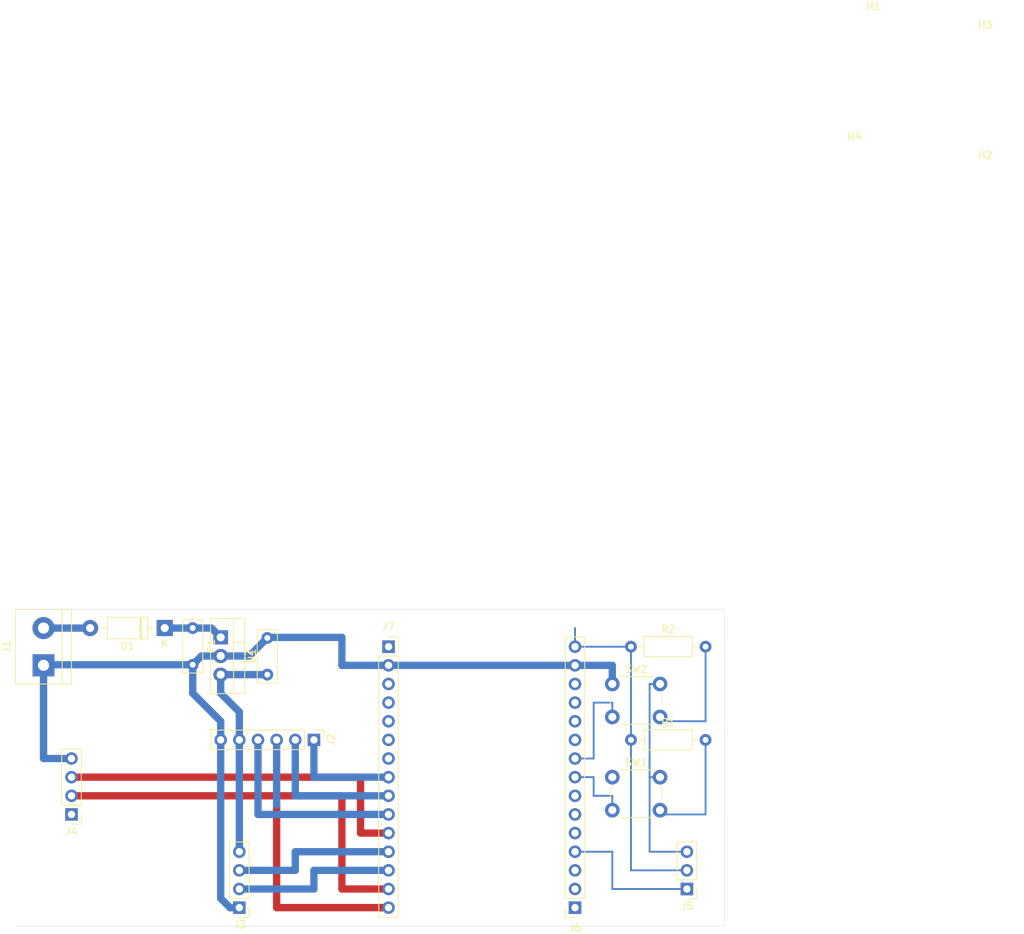
<source format=kicad_pcb>
(kicad_pcb (version 20171130) (host pcbnew "(5.1.7)-1")

  (general
    (thickness 1.6)
    (drawings 4)
    (tracks 85)
    (zones 0)
    (modules 19)
    (nets 16)
  )

  (page A4)
  (layers
    (0 F.Cu signal)
    (31 B.Cu signal)
    (32 B.Adhes user)
    (33 F.Adhes user)
    (34 B.Paste user)
    (35 F.Paste user)
    (36 B.SilkS user)
    (37 F.SilkS user)
    (38 B.Mask user)
    (39 F.Mask user)
    (40 Dwgs.User user)
    (41 Cmts.User user)
    (42 Eco1.User user)
    (43 Eco2.User user)
    (44 Edge.Cuts user)
    (45 Margin user)
    (46 B.CrtYd user)
    (47 F.CrtYd user)
    (48 B.Fab user)
    (49 F.Fab user hide)
  )

  (setup
    (last_trace_width 1)
    (user_trace_width 1)
    (trace_clearance 0.2)
    (zone_clearance 0.508)
    (zone_45_only no)
    (trace_min 0.2)
    (via_size 0.8)
    (via_drill 0.4)
    (via_min_size 0.4)
    (via_min_drill 0.3)
    (uvia_size 0.3)
    (uvia_drill 0.1)
    (uvias_allowed no)
    (uvia_min_size 0.2)
    (uvia_min_drill 0.1)
    (edge_width 0.05)
    (segment_width 0.2)
    (pcb_text_width 0.3)
    (pcb_text_size 1.5 1.5)
    (mod_edge_width 0.12)
    (mod_text_size 1 1)
    (mod_text_width 0.15)
    (pad_size 1.524 1.524)
    (pad_drill 0.762)
    (pad_to_mask_clearance 0)
    (aux_axis_origin 0 0)
    (visible_elements 7FFFFFFF)
    (pcbplotparams
      (layerselection 0x010fc_ffffffff)
      (usegerberextensions false)
      (usegerberattributes true)
      (usegerberadvancedattributes true)
      (creategerberjobfile true)
      (excludeedgelayer true)
      (linewidth 0.100000)
      (plotframeref false)
      (viasonmask false)
      (mode 1)
      (useauxorigin false)
      (hpglpennumber 1)
      (hpglpenspeed 20)
      (hpglpendiameter 15.000000)
      (psnegative false)
      (psa4output false)
      (plotreference true)
      (plotvalue true)
      (plotinvisibletext false)
      (padsonsilk false)
      (subtractmaskfromsilk false)
      (outputformat 1)
      (mirror false)
      (drillshape 1)
      (scaleselection 1)
      (outputdirectory ""))
  )

  (net 0 "")
  (net 1 "Net-(C1-Pad1)")
  (net 2 GND)
  (net 3 +5V)
  (net 4 "Net-(D1-Pad2)")
  (net 5 /ADC)
  (net 6 /Buttom_1)
  (net 7 /Buttom_2)
  (net 8 /cs)
  (net 9 /SCK)
  (net 10 /MOSI)
  (net 11 /MISO)
  (net 12 /TX)
  (net 13 /RX)
  (net 14 /SDA)
  (net 15 /SCL)

  (net_class Default "This is the default net class."
    (clearance 0.2)
    (trace_width 0.25)
    (via_dia 0.8)
    (via_drill 0.4)
    (uvia_dia 0.3)
    (uvia_drill 0.1)
    (add_net +5V)
    (add_net /ADC)
    (add_net /Buttom_1)
    (add_net /Buttom_2)
    (add_net /MISO)
    (add_net /MOSI)
    (add_net /RX)
    (add_net /SCK)
    (add_net /SCL)
    (add_net /SDA)
    (add_net /TX)
    (add_net /cs)
    (add_net GND)
    (add_net "Net-(C1-Pad1)")
    (add_net "Net-(D1-Pad2)")
  )

  (module Capacitor_THT:C_Disc_D7.0mm_W2.5mm_P5.00mm (layer F.Cu) (tedit 5AE50EF0) (tstamp 61E0B731)
    (at 166.37 110.49 90)
    (descr "C, Disc series, Radial, pin pitch=5.00mm, , diameter*width=7*2.5mm^2, Capacitor, http://cdn-reichelt.de/documents/datenblatt/B300/DS_KERKO_TC.pdf")
    (tags "C Disc series Radial pin pitch 5.00mm  diameter 7mm width 2.5mm Capacitor")
    (path /61E0E6E7)
    (fp_text reference C2 (at 2.5 -2.5 90) (layer F.SilkS)
      (effects (font (size 1 1) (thickness 0.15)))
    )
    (fp_text value 0.1uF/50V (at 2.5 2.5 90) (layer F.Fab)
      (effects (font (size 1 1) (thickness 0.15)))
    )
    (fp_line (start -1 -1.25) (end -1 1.25) (layer F.Fab) (width 0.1))
    (fp_line (start -1 1.25) (end 6 1.25) (layer F.Fab) (width 0.1))
    (fp_line (start 6 1.25) (end 6 -1.25) (layer F.Fab) (width 0.1))
    (fp_line (start 6 -1.25) (end -1 -1.25) (layer F.Fab) (width 0.1))
    (fp_line (start -1.12 -1.37) (end 6.12 -1.37) (layer F.SilkS) (width 0.12))
    (fp_line (start -1.12 1.37) (end 6.12 1.37) (layer F.SilkS) (width 0.12))
    (fp_line (start -1.12 -1.37) (end -1.12 1.37) (layer F.SilkS) (width 0.12))
    (fp_line (start 6.12 -1.37) (end 6.12 1.37) (layer F.SilkS) (width 0.12))
    (fp_line (start -1.25 -1.5) (end -1.25 1.5) (layer F.CrtYd) (width 0.05))
    (fp_line (start -1.25 1.5) (end 6.25 1.5) (layer F.CrtYd) (width 0.05))
    (fp_line (start 6.25 1.5) (end 6.25 -1.5) (layer F.CrtYd) (width 0.05))
    (fp_line (start 6.25 -1.5) (end -1.25 -1.5) (layer F.CrtYd) (width 0.05))
    (fp_text user %R (at 2.5 0 90) (layer F.Fab)
      (effects (font (size 1 1) (thickness 0.15)))
    )
    (pad 2 thru_hole circle (at 5 0 90) (size 1.6 1.6) (drill 0.8) (layers *.Cu *.Mask)
      (net 2 GND))
    (pad 1 thru_hole circle (at 0 0 90) (size 1.6 1.6) (drill 0.8) (layers *.Cu *.Mask)
      (net 3 +5V))
    (model ${KISYS3DMOD}/Capacitor_THT.3dshapes/C_Disc_D7.0mm_W2.5mm_P5.00mm.wrl
      (at (xyz 0 0 0))
      (scale (xyz 1 1 1))
      (rotate (xyz 0 0 0))
    )
  )

  (module Capacitor_THT:C_Disc_D7.0mm_W2.5mm_P5.00mm (layer F.Cu) (tedit 5AE50EF0) (tstamp 61E0B71E)
    (at 156.21 104.14 270)
    (descr "C, Disc series, Radial, pin pitch=5.00mm, , diameter*width=7*2.5mm^2, Capacitor, http://cdn-reichelt.de/documents/datenblatt/B300/DS_KERKO_TC.pdf")
    (tags "C Disc series Radial pin pitch 5.00mm  diameter 7mm width 2.5mm Capacitor")
    (path /61E0EBD5)
    (fp_text reference C1 (at 2.5 -2.5 90) (layer F.SilkS)
      (effects (font (size 1 1) (thickness 0.15)))
    )
    (fp_text value 0.1uF/50V (at 2.5 2.5 90) (layer F.Fab)
      (effects (font (size 1 1) (thickness 0.15)))
    )
    (fp_line (start 6.25 -1.5) (end -1.25 -1.5) (layer F.CrtYd) (width 0.05))
    (fp_line (start 6.25 1.5) (end 6.25 -1.5) (layer F.CrtYd) (width 0.05))
    (fp_line (start -1.25 1.5) (end 6.25 1.5) (layer F.CrtYd) (width 0.05))
    (fp_line (start -1.25 -1.5) (end -1.25 1.5) (layer F.CrtYd) (width 0.05))
    (fp_line (start 6.12 -1.37) (end 6.12 1.37) (layer F.SilkS) (width 0.12))
    (fp_line (start -1.12 -1.37) (end -1.12 1.37) (layer F.SilkS) (width 0.12))
    (fp_line (start -1.12 1.37) (end 6.12 1.37) (layer F.SilkS) (width 0.12))
    (fp_line (start -1.12 -1.37) (end 6.12 -1.37) (layer F.SilkS) (width 0.12))
    (fp_line (start 6 -1.25) (end -1 -1.25) (layer F.Fab) (width 0.1))
    (fp_line (start 6 1.25) (end 6 -1.25) (layer F.Fab) (width 0.1))
    (fp_line (start -1 1.25) (end 6 1.25) (layer F.Fab) (width 0.1))
    (fp_line (start -1 -1.25) (end -1 1.25) (layer F.Fab) (width 0.1))
    (fp_text user %R (at 2.5 0 90) (layer F.Fab)
      (effects (font (size 1 1) (thickness 0.15)))
    )
    (pad 1 thru_hole circle (at 0 0 270) (size 1.6 1.6) (drill 0.8) (layers *.Cu *.Mask)
      (net 1 "Net-(C1-Pad1)"))
    (pad 2 thru_hole circle (at 5 0 270) (size 1.6 1.6) (drill 0.8) (layers *.Cu *.Mask)
      (net 2 GND))
    (model ${KISYS3DMOD}/Capacitor_THT.3dshapes/C_Disc_D7.0mm_W2.5mm_P5.00mm.wrl
      (at (xyz 0 0 0))
      (scale (xyz 1 1 1))
      (rotate (xyz 0 0 0))
    )
  )

  (module Diode_THT:D_DO-41_SOD81_P10.16mm_Horizontal (layer F.Cu) (tedit 5AE50CD5) (tstamp 61E0B750)
    (at 152.4 104.14 180)
    (descr "Diode, DO-41_SOD81 series, Axial, Horizontal, pin pitch=10.16mm, , length*diameter=5.2*2.7mm^2, , http://www.diodes.com/_files/packages/DO-41%20(Plastic).pdf")
    (tags "Diode DO-41_SOD81 series Axial Horizontal pin pitch 10.16mm  length 5.2mm diameter 2.7mm")
    (path /61E0B041)
    (fp_text reference D1 (at 5.08 -2.47) (layer F.SilkS)
      (effects (font (size 1 1) (thickness 0.15)))
    )
    (fp_text value 1N4007 (at 5.08 2.47) (layer F.Fab)
      (effects (font (size 1 1) (thickness 0.15)))
    )
    (fp_line (start 11.51 -1.6) (end -1.35 -1.6) (layer F.CrtYd) (width 0.05))
    (fp_line (start 11.51 1.6) (end 11.51 -1.6) (layer F.CrtYd) (width 0.05))
    (fp_line (start -1.35 1.6) (end 11.51 1.6) (layer F.CrtYd) (width 0.05))
    (fp_line (start -1.35 -1.6) (end -1.35 1.6) (layer F.CrtYd) (width 0.05))
    (fp_line (start 3.14 -1.47) (end 3.14 1.47) (layer F.SilkS) (width 0.12))
    (fp_line (start 3.38 -1.47) (end 3.38 1.47) (layer F.SilkS) (width 0.12))
    (fp_line (start 3.26 -1.47) (end 3.26 1.47) (layer F.SilkS) (width 0.12))
    (fp_line (start 8.82 0) (end 7.8 0) (layer F.SilkS) (width 0.12))
    (fp_line (start 1.34 0) (end 2.36 0) (layer F.SilkS) (width 0.12))
    (fp_line (start 7.8 -1.47) (end 2.36 -1.47) (layer F.SilkS) (width 0.12))
    (fp_line (start 7.8 1.47) (end 7.8 -1.47) (layer F.SilkS) (width 0.12))
    (fp_line (start 2.36 1.47) (end 7.8 1.47) (layer F.SilkS) (width 0.12))
    (fp_line (start 2.36 -1.47) (end 2.36 1.47) (layer F.SilkS) (width 0.12))
    (fp_line (start 3.16 -1.35) (end 3.16 1.35) (layer F.Fab) (width 0.1))
    (fp_line (start 3.36 -1.35) (end 3.36 1.35) (layer F.Fab) (width 0.1))
    (fp_line (start 3.26 -1.35) (end 3.26 1.35) (layer F.Fab) (width 0.1))
    (fp_line (start 10.16 0) (end 7.68 0) (layer F.Fab) (width 0.1))
    (fp_line (start 0 0) (end 2.48 0) (layer F.Fab) (width 0.1))
    (fp_line (start 7.68 -1.35) (end 2.48 -1.35) (layer F.Fab) (width 0.1))
    (fp_line (start 7.68 1.35) (end 7.68 -1.35) (layer F.Fab) (width 0.1))
    (fp_line (start 2.48 1.35) (end 7.68 1.35) (layer F.Fab) (width 0.1))
    (fp_line (start 2.48 -1.35) (end 2.48 1.35) (layer F.Fab) (width 0.1))
    (fp_text user %R (at 5.47 0) (layer F.Fab)
      (effects (font (size 1 1) (thickness 0.15)))
    )
    (fp_text user K (at 0 -2.1) (layer F.Fab)
      (effects (font (size 1 1) (thickness 0.15)))
    )
    (fp_text user K (at 0 -2.1) (layer F.SilkS)
      (effects (font (size 1 1) (thickness 0.15)))
    )
    (pad 1 thru_hole rect (at 0 0 180) (size 2.2 2.2) (drill 1.1) (layers *.Cu *.Mask)
      (net 1 "Net-(C1-Pad1)"))
    (pad 2 thru_hole oval (at 10.16 0 180) (size 2.2 2.2) (drill 1.1) (layers *.Cu *.Mask)
      (net 4 "Net-(D1-Pad2)"))
    (model ${KISYS3DMOD}/Diode_THT.3dshapes/D_DO-41_SOD81_P10.16mm_Horizontal.wrl
      (at (xyz 0 0 0))
      (scale (xyz 1 1 1))
      (rotate (xyz 0 0 0))
    )
  )

  (module MountingHole:MountingHole_5mm (layer F.Cu) (tedit 56D1B4CB) (tstamp 61E0B758)
    (at 248.92 25.4)
    (descr "Mounting Hole 5mm, no annular")
    (tags "mounting hole 5mm no annular")
    (path /61E25B13)
    (attr virtual)
    (fp_text reference H1 (at 0 -6) (layer F.SilkS)
      (effects (font (size 1 1) (thickness 0.15)))
    )
    (fp_text value MountingHole (at 0 6) (layer F.Fab)
      (effects (font (size 1 1) (thickness 0.15)))
    )
    (fp_circle (center 0 0) (end 5 0) (layer Cmts.User) (width 0.15))
    (fp_circle (center 0 0) (end 5.25 0) (layer F.CrtYd) (width 0.05))
    (fp_text user %R (at 0.3 0) (layer F.Fab)
      (effects (font (size 1 1) (thickness 0.15)))
    )
    (pad 1 np_thru_hole circle (at 0 0) (size 5 5) (drill 5) (layers *.Cu *.Mask))
  )

  (module MountingHole:MountingHole_5mm (layer F.Cu) (tedit 56D1B4CB) (tstamp 61E0B760)
    (at 264.16 45.72)
    (descr "Mounting Hole 5mm, no annular")
    (tags "mounting hole 5mm no annular")
    (path /61E267DD)
    (attr virtual)
    (fp_text reference H2 (at 0 -6) (layer F.SilkS)
      (effects (font (size 1 1) (thickness 0.15)))
    )
    (fp_text value MountingHole (at 0 6) (layer F.Fab)
      (effects (font (size 1 1) (thickness 0.15)))
    )
    (fp_circle (center 0 0) (end 5.25 0) (layer F.CrtYd) (width 0.05))
    (fp_circle (center 0 0) (end 5 0) (layer Cmts.User) (width 0.15))
    (fp_text user %R (at 0.3 0) (layer F.Fab)
      (effects (font (size 1 1) (thickness 0.15)))
    )
    (pad 1 np_thru_hole circle (at 0 0) (size 5 5) (drill 5) (layers *.Cu *.Mask))
  )

  (module MountingHole:MountingHole_5mm (layer F.Cu) (tedit 56D1B4CB) (tstamp 61E0B768)
    (at 264.16 27.94)
    (descr "Mounting Hole 5mm, no annular")
    (tags "mounting hole 5mm no annular")
    (path /61E26638)
    (attr virtual)
    (fp_text reference H3 (at 0 -6) (layer F.SilkS)
      (effects (font (size 1 1) (thickness 0.15)))
    )
    (fp_text value MountingHole (at 0 6) (layer F.Fab)
      (effects (font (size 1 1) (thickness 0.15)))
    )
    (fp_circle (center 0 0) (end 5.25 0) (layer F.CrtYd) (width 0.05))
    (fp_circle (center 0 0) (end 5 0) (layer Cmts.User) (width 0.15))
    (fp_text user %R (at 0.3 0) (layer F.Fab)
      (effects (font (size 1 1) (thickness 0.15)))
    )
    (pad 1 np_thru_hole circle (at 0 0) (size 5 5) (drill 5) (layers *.Cu *.Mask))
  )

  (module MountingHole:MountingHole_5mm (layer F.Cu) (tedit 56D1B4CB) (tstamp 61E0B770)
    (at 246.38 43.18)
    (descr "Mounting Hole 5mm, no annular")
    (tags "mounting hole 5mm no annular")
    (path /61E26A50)
    (attr virtual)
    (fp_text reference H4 (at 0 -6) (layer F.SilkS)
      (effects (font (size 1 1) (thickness 0.15)))
    )
    (fp_text value MountingHole (at 0 6) (layer F.Fab)
      (effects (font (size 1 1) (thickness 0.15)))
    )
    (fp_circle (center 0 0) (end 5 0) (layer Cmts.User) (width 0.15))
    (fp_circle (center 0 0) (end 5.25 0) (layer F.CrtYd) (width 0.05))
    (fp_text user %R (at 0.3 0) (layer F.Fab)
      (effects (font (size 1 1) (thickness 0.15)))
    )
    (pad 1 np_thru_hole circle (at 0 0) (size 5 5) (drill 5) (layers *.Cu *.Mask))
  )

  (module Connector_PinHeader_2.54mm:PinHeader_1x06_P2.54mm_Vertical (layer F.Cu) (tedit 59FED5CC) (tstamp 61E0B7A7)
    (at 172.72 119.38 270)
    (descr "Through hole straight pin header, 1x06, 2.54mm pitch, single row")
    (tags "Through hole pin header THT 1x06 2.54mm single row")
    (path /61E1A963)
    (fp_text reference J2 (at 0 -2.33 90) (layer F.SilkS)
      (effects (font (size 1 1) (thickness 0.15)))
    )
    (fp_text value SD_Card (at 0 15.03 90) (layer F.Fab)
      (effects (font (size 1 1) (thickness 0.15)))
    )
    (fp_line (start 1.8 -1.8) (end -1.8 -1.8) (layer F.CrtYd) (width 0.05))
    (fp_line (start 1.8 14.5) (end 1.8 -1.8) (layer F.CrtYd) (width 0.05))
    (fp_line (start -1.8 14.5) (end 1.8 14.5) (layer F.CrtYd) (width 0.05))
    (fp_line (start -1.8 -1.8) (end -1.8 14.5) (layer F.CrtYd) (width 0.05))
    (fp_line (start -1.33 -1.33) (end 0 -1.33) (layer F.SilkS) (width 0.12))
    (fp_line (start -1.33 0) (end -1.33 -1.33) (layer F.SilkS) (width 0.12))
    (fp_line (start -1.33 1.27) (end 1.33 1.27) (layer F.SilkS) (width 0.12))
    (fp_line (start 1.33 1.27) (end 1.33 14.03) (layer F.SilkS) (width 0.12))
    (fp_line (start -1.33 1.27) (end -1.33 14.03) (layer F.SilkS) (width 0.12))
    (fp_line (start -1.33 14.03) (end 1.33 14.03) (layer F.SilkS) (width 0.12))
    (fp_line (start -1.27 -0.635) (end -0.635 -1.27) (layer F.Fab) (width 0.1))
    (fp_line (start -1.27 13.97) (end -1.27 -0.635) (layer F.Fab) (width 0.1))
    (fp_line (start 1.27 13.97) (end -1.27 13.97) (layer F.Fab) (width 0.1))
    (fp_line (start 1.27 -1.27) (end 1.27 13.97) (layer F.Fab) (width 0.1))
    (fp_line (start -0.635 -1.27) (end 1.27 -1.27) (layer F.Fab) (width 0.1))
    (fp_text user %R (at 0 6.35) (layer F.Fab)
      (effects (font (size 1 1) (thickness 0.15)))
    )
    (pad 1 thru_hole rect (at 0 0 270) (size 1.7 1.7) (drill 1) (layers *.Cu *.Mask)
      (net 8 /cs))
    (pad 2 thru_hole oval (at 0 2.54 270) (size 1.7 1.7) (drill 1) (layers *.Cu *.Mask)
      (net 9 /SCK))
    (pad 3 thru_hole oval (at 0 5.08 270) (size 1.7 1.7) (drill 1) (layers *.Cu *.Mask)
      (net 10 /MOSI))
    (pad 4 thru_hole oval (at 0 7.62 270) (size 1.7 1.7) (drill 1) (layers *.Cu *.Mask)
      (net 11 /MISO))
    (pad 5 thru_hole oval (at 0 10.16 270) (size 1.7 1.7) (drill 1) (layers *.Cu *.Mask)
      (net 3 +5V))
    (pad 6 thru_hole oval (at 0 12.7 270) (size 1.7 1.7) (drill 1) (layers *.Cu *.Mask)
      (net 2 GND))
    (model ${KISYS3DMOD}/Connector_PinHeader_2.54mm.3dshapes/PinHeader_1x06_P2.54mm_Vertical.wrl
      (at (xyz 0 0 0))
      (scale (xyz 1 1 1))
      (rotate (xyz 0 0 0))
    )
  )

  (module Connector_PinHeader_2.54mm:PinHeader_1x04_P2.54mm_Vertical (layer F.Cu) (tedit 59FED5CC) (tstamp 61E0B7BF)
    (at 162.56 142.24 180)
    (descr "Through hole straight pin header, 1x04, 2.54mm pitch, single row")
    (tags "Through hole pin header THT 1x04 2.54mm single row")
    (path /61E27963)
    (fp_text reference J3 (at 0 -2.33) (layer F.SilkS)
      (effects (font (size 1 1) (thickness 0.15)))
    )
    (fp_text value GPS (at 0 9.95) (layer F.Fab)
      (effects (font (size 1 1) (thickness 0.15)))
    )
    (fp_line (start 1.8 -1.8) (end -1.8 -1.8) (layer F.CrtYd) (width 0.05))
    (fp_line (start 1.8 9.4) (end 1.8 -1.8) (layer F.CrtYd) (width 0.05))
    (fp_line (start -1.8 9.4) (end 1.8 9.4) (layer F.CrtYd) (width 0.05))
    (fp_line (start -1.8 -1.8) (end -1.8 9.4) (layer F.CrtYd) (width 0.05))
    (fp_line (start -1.33 -1.33) (end 0 -1.33) (layer F.SilkS) (width 0.12))
    (fp_line (start -1.33 0) (end -1.33 -1.33) (layer F.SilkS) (width 0.12))
    (fp_line (start -1.33 1.27) (end 1.33 1.27) (layer F.SilkS) (width 0.12))
    (fp_line (start 1.33 1.27) (end 1.33 8.95) (layer F.SilkS) (width 0.12))
    (fp_line (start -1.33 1.27) (end -1.33 8.95) (layer F.SilkS) (width 0.12))
    (fp_line (start -1.33 8.95) (end 1.33 8.95) (layer F.SilkS) (width 0.12))
    (fp_line (start -1.27 -0.635) (end -0.635 -1.27) (layer F.Fab) (width 0.1))
    (fp_line (start -1.27 8.89) (end -1.27 -0.635) (layer F.Fab) (width 0.1))
    (fp_line (start 1.27 8.89) (end -1.27 8.89) (layer F.Fab) (width 0.1))
    (fp_line (start 1.27 -1.27) (end 1.27 8.89) (layer F.Fab) (width 0.1))
    (fp_line (start -0.635 -1.27) (end 1.27 -1.27) (layer F.Fab) (width 0.1))
    (fp_text user %R (at 0 3.81 90) (layer F.Fab)
      (effects (font (size 1 1) (thickness 0.15)))
    )
    (pad 1 thru_hole rect (at 0 0 180) (size 1.7 1.7) (drill 1) (layers *.Cu *.Mask)
      (net 2 GND))
    (pad 2 thru_hole oval (at 0 2.54 180) (size 1.7 1.7) (drill 1) (layers *.Cu *.Mask)
      (net 12 /TX))
    (pad 3 thru_hole oval (at 0 5.08 180) (size 1.7 1.7) (drill 1) (layers *.Cu *.Mask)
      (net 13 /RX))
    (pad 4 thru_hole oval (at 0 7.62 180) (size 1.7 1.7) (drill 1) (layers *.Cu *.Mask)
      (net 3 +5V))
    (model ${KISYS3DMOD}/Connector_PinHeader_2.54mm.3dshapes/PinHeader_1x04_P2.54mm_Vertical.wrl
      (at (xyz 0 0 0))
      (scale (xyz 1 1 1))
      (rotate (xyz 0 0 0))
    )
  )

  (module Connector_PinHeader_2.54mm:PinHeader_1x04_P2.54mm_Vertical (layer F.Cu) (tedit 59FED5CC) (tstamp 61E0B7D7)
    (at 139.7 129.54 180)
    (descr "Through hole straight pin header, 1x04, 2.54mm pitch, single row")
    (tags "Through hole pin header THT 1x04 2.54mm single row")
    (path /61E39813)
    (fp_text reference J4 (at 0 -2.33) (layer F.SilkS)
      (effects (font (size 1 1) (thickness 0.15)))
    )
    (fp_text value LCD (at 0 9.95) (layer F.Fab)
      (effects (font (size 1 1) (thickness 0.15)))
    )
    (fp_line (start -0.635 -1.27) (end 1.27 -1.27) (layer F.Fab) (width 0.1))
    (fp_line (start 1.27 -1.27) (end 1.27 8.89) (layer F.Fab) (width 0.1))
    (fp_line (start 1.27 8.89) (end -1.27 8.89) (layer F.Fab) (width 0.1))
    (fp_line (start -1.27 8.89) (end -1.27 -0.635) (layer F.Fab) (width 0.1))
    (fp_line (start -1.27 -0.635) (end -0.635 -1.27) (layer F.Fab) (width 0.1))
    (fp_line (start -1.33 8.95) (end 1.33 8.95) (layer F.SilkS) (width 0.12))
    (fp_line (start -1.33 1.27) (end -1.33 8.95) (layer F.SilkS) (width 0.12))
    (fp_line (start 1.33 1.27) (end 1.33 8.95) (layer F.SilkS) (width 0.12))
    (fp_line (start -1.33 1.27) (end 1.33 1.27) (layer F.SilkS) (width 0.12))
    (fp_line (start -1.33 0) (end -1.33 -1.33) (layer F.SilkS) (width 0.12))
    (fp_line (start -1.33 -1.33) (end 0 -1.33) (layer F.SilkS) (width 0.12))
    (fp_line (start -1.8 -1.8) (end -1.8 9.4) (layer F.CrtYd) (width 0.05))
    (fp_line (start -1.8 9.4) (end 1.8 9.4) (layer F.CrtYd) (width 0.05))
    (fp_line (start 1.8 9.4) (end 1.8 -1.8) (layer F.CrtYd) (width 0.05))
    (fp_line (start 1.8 -1.8) (end -1.8 -1.8) (layer F.CrtYd) (width 0.05))
    (fp_text user %R (at 0 3.81 90) (layer F.Fab)
      (effects (font (size 1 1) (thickness 0.15)))
    )
    (pad 4 thru_hole oval (at 0 7.62 180) (size 1.7 1.7) (drill 1) (layers *.Cu *.Mask)
      (net 2 GND))
    (pad 3 thru_hole oval (at 0 5.08 180) (size 1.7 1.7) (drill 1) (layers *.Cu *.Mask)
      (net 14 /SDA))
    (pad 2 thru_hole oval (at 0 2.54 180) (size 1.7 1.7) (drill 1) (layers *.Cu *.Mask)
      (net 15 /SCL))
    (pad 1 thru_hole rect (at 0 0 180) (size 1.7 1.7) (drill 1) (layers *.Cu *.Mask)
      (net 3 +5V))
    (model ${KISYS3DMOD}/Connector_PinHeader_2.54mm.3dshapes/PinHeader_1x04_P2.54mm_Vertical.wrl
      (at (xyz 0 0 0))
      (scale (xyz 1 1 1))
      (rotate (xyz 0 0 0))
    )
  )

  (module Connector_PinHeader_2.54mm:PinHeader_1x03_P2.54mm_Vertical (layer F.Cu) (tedit 59FED5CC) (tstamp 61E0B7EE)
    (at 223.52 139.7 180)
    (descr "Through hole straight pin header, 1x03, 2.54mm pitch, single row")
    (tags "Through hole pin header THT 1x03 2.54mm single row")
    (path /61E8BC69)
    (fp_text reference J5 (at 0 -2.33) (layer F.SilkS)
      (effects (font (size 1 1) (thickness 0.15)))
    )
    (fp_text value Conn_01x03_Female (at 0 7.41) (layer F.Fab)
      (effects (font (size 1 1) (thickness 0.15)))
    )
    (fp_line (start 1.8 -1.8) (end -1.8 -1.8) (layer F.CrtYd) (width 0.05))
    (fp_line (start 1.8 6.85) (end 1.8 -1.8) (layer F.CrtYd) (width 0.05))
    (fp_line (start -1.8 6.85) (end 1.8 6.85) (layer F.CrtYd) (width 0.05))
    (fp_line (start -1.8 -1.8) (end -1.8 6.85) (layer F.CrtYd) (width 0.05))
    (fp_line (start -1.33 -1.33) (end 0 -1.33) (layer F.SilkS) (width 0.12))
    (fp_line (start -1.33 0) (end -1.33 -1.33) (layer F.SilkS) (width 0.12))
    (fp_line (start -1.33 1.27) (end 1.33 1.27) (layer F.SilkS) (width 0.12))
    (fp_line (start 1.33 1.27) (end 1.33 6.41) (layer F.SilkS) (width 0.12))
    (fp_line (start -1.33 1.27) (end -1.33 6.41) (layer F.SilkS) (width 0.12))
    (fp_line (start -1.33 6.41) (end 1.33 6.41) (layer F.SilkS) (width 0.12))
    (fp_line (start -1.27 -0.635) (end -0.635 -1.27) (layer F.Fab) (width 0.1))
    (fp_line (start -1.27 6.35) (end -1.27 -0.635) (layer F.Fab) (width 0.1))
    (fp_line (start 1.27 6.35) (end -1.27 6.35) (layer F.Fab) (width 0.1))
    (fp_line (start 1.27 -1.27) (end 1.27 6.35) (layer F.Fab) (width 0.1))
    (fp_line (start -0.635 -1.27) (end 1.27 -1.27) (layer F.Fab) (width 0.1))
    (fp_text user %R (at 0 2.54 90) (layer F.Fab)
      (effects (font (size 1 1) (thickness 0.15)))
    )
    (pad 1 thru_hole rect (at 0 0 180) (size 1.7 1.7) (drill 1) (layers *.Cu *.Mask)
      (net 5 /ADC))
    (pad 2 thru_hole oval (at 0 2.54 180) (size 1.7 1.7) (drill 1) (layers *.Cu *.Mask)
      (net 3 +5V))
    (pad 3 thru_hole oval (at 0 5.08 180) (size 1.7 1.7) (drill 1) (layers *.Cu *.Mask)
      (net 2 GND))
    (model ${KISYS3DMOD}/Connector_PinHeader_2.54mm.3dshapes/PinHeader_1x03_P2.54mm_Vertical.wrl
      (at (xyz 0 0 0))
      (scale (xyz 1 1 1))
      (rotate (xyz 0 0 0))
    )
  )

  (module Resistor_THT:R_Axial_DIN0207_L6.3mm_D2.5mm_P10.16mm_Horizontal (layer F.Cu) (tedit 5AE5139B) (tstamp 61E0B805)
    (at 215.9 119.38)
    (descr "Resistor, Axial_DIN0207 series, Axial, Horizontal, pin pitch=10.16mm, 0.25W = 1/4W, length*diameter=6.3*2.5mm^2, http://cdn-reichelt.de/documents/datenblatt/B400/1_4W%23YAG.pdf")
    (tags "Resistor Axial_DIN0207 series Axial Horizontal pin pitch 10.16mm 0.25W = 1/4W length 6.3mm diameter 2.5mm")
    (path /61E62B4A)
    (fp_text reference R1 (at 5.08 -2.37) (layer F.SilkS)
      (effects (font (size 1 1) (thickness 0.15)))
    )
    (fp_text value R_Small (at 5.08 2.37) (layer F.Fab)
      (effects (font (size 1 1) (thickness 0.15)))
    )
    (fp_line (start 1.93 -1.25) (end 1.93 1.25) (layer F.Fab) (width 0.1))
    (fp_line (start 1.93 1.25) (end 8.23 1.25) (layer F.Fab) (width 0.1))
    (fp_line (start 8.23 1.25) (end 8.23 -1.25) (layer F.Fab) (width 0.1))
    (fp_line (start 8.23 -1.25) (end 1.93 -1.25) (layer F.Fab) (width 0.1))
    (fp_line (start 0 0) (end 1.93 0) (layer F.Fab) (width 0.1))
    (fp_line (start 10.16 0) (end 8.23 0) (layer F.Fab) (width 0.1))
    (fp_line (start 1.81 -1.37) (end 1.81 1.37) (layer F.SilkS) (width 0.12))
    (fp_line (start 1.81 1.37) (end 8.35 1.37) (layer F.SilkS) (width 0.12))
    (fp_line (start 8.35 1.37) (end 8.35 -1.37) (layer F.SilkS) (width 0.12))
    (fp_line (start 8.35 -1.37) (end 1.81 -1.37) (layer F.SilkS) (width 0.12))
    (fp_line (start 1.04 0) (end 1.81 0) (layer F.SilkS) (width 0.12))
    (fp_line (start 9.12 0) (end 8.35 0) (layer F.SilkS) (width 0.12))
    (fp_line (start -1.05 -1.5) (end -1.05 1.5) (layer F.CrtYd) (width 0.05))
    (fp_line (start -1.05 1.5) (end 11.21 1.5) (layer F.CrtYd) (width 0.05))
    (fp_line (start 11.21 1.5) (end 11.21 -1.5) (layer F.CrtYd) (width 0.05))
    (fp_line (start 11.21 -1.5) (end -1.05 -1.5) (layer F.CrtYd) (width 0.05))
    (fp_text user %R (at 5.08 0) (layer F.Fab)
      (effects (font (size 1 1) (thickness 0.15)))
    )
    (pad 2 thru_hole oval (at 10.16 0) (size 1.6 1.6) (drill 0.8) (layers *.Cu *.Mask)
      (net 6 /Buttom_1))
    (pad 1 thru_hole circle (at 0 0) (size 1.6 1.6) (drill 0.8) (layers *.Cu *.Mask)
      (net 3 +5V))
    (model ${KISYS3DMOD}/Resistor_THT.3dshapes/R_Axial_DIN0207_L6.3mm_D2.5mm_P10.16mm_Horizontal.wrl
      (at (xyz 0 0 0))
      (scale (xyz 1 1 1))
      (rotate (xyz 0 0 0))
    )
  )

  (module Resistor_THT:R_Axial_DIN0207_L6.3mm_D2.5mm_P10.16mm_Horizontal (layer F.Cu) (tedit 5AE5139B) (tstamp 61E0B81C)
    (at 215.9 106.68)
    (descr "Resistor, Axial_DIN0207 series, Axial, Horizontal, pin pitch=10.16mm, 0.25W = 1/4W, length*diameter=6.3*2.5mm^2, http://cdn-reichelt.de/documents/datenblatt/B400/1_4W%23YAG.pdf")
    (tags "Resistor Axial_DIN0207 series Axial Horizontal pin pitch 10.16mm 0.25W = 1/4W length 6.3mm diameter 2.5mm")
    (path /61E74AA9)
    (fp_text reference R2 (at 5.08 -2.37) (layer F.SilkS)
      (effects (font (size 1 1) (thickness 0.15)))
    )
    (fp_text value R_Small (at 5.08 2.37) (layer F.Fab)
      (effects (font (size 1 1) (thickness 0.15)))
    )
    (fp_line (start 11.21 -1.5) (end -1.05 -1.5) (layer F.CrtYd) (width 0.05))
    (fp_line (start 11.21 1.5) (end 11.21 -1.5) (layer F.CrtYd) (width 0.05))
    (fp_line (start -1.05 1.5) (end 11.21 1.5) (layer F.CrtYd) (width 0.05))
    (fp_line (start -1.05 -1.5) (end -1.05 1.5) (layer F.CrtYd) (width 0.05))
    (fp_line (start 9.12 0) (end 8.35 0) (layer F.SilkS) (width 0.12))
    (fp_line (start 1.04 0) (end 1.81 0) (layer F.SilkS) (width 0.12))
    (fp_line (start 8.35 -1.37) (end 1.81 -1.37) (layer F.SilkS) (width 0.12))
    (fp_line (start 8.35 1.37) (end 8.35 -1.37) (layer F.SilkS) (width 0.12))
    (fp_line (start 1.81 1.37) (end 8.35 1.37) (layer F.SilkS) (width 0.12))
    (fp_line (start 1.81 -1.37) (end 1.81 1.37) (layer F.SilkS) (width 0.12))
    (fp_line (start 10.16 0) (end 8.23 0) (layer F.Fab) (width 0.1))
    (fp_line (start 0 0) (end 1.93 0) (layer F.Fab) (width 0.1))
    (fp_line (start 8.23 -1.25) (end 1.93 -1.25) (layer F.Fab) (width 0.1))
    (fp_line (start 8.23 1.25) (end 8.23 -1.25) (layer F.Fab) (width 0.1))
    (fp_line (start 1.93 1.25) (end 8.23 1.25) (layer F.Fab) (width 0.1))
    (fp_line (start 1.93 -1.25) (end 1.93 1.25) (layer F.Fab) (width 0.1))
    (fp_text user %R (at 5.08 0) (layer F.Fab)
      (effects (font (size 1 1) (thickness 0.15)))
    )
    (pad 1 thru_hole circle (at 0 0) (size 1.6 1.6) (drill 0.8) (layers *.Cu *.Mask)
      (net 3 +5V))
    (pad 2 thru_hole oval (at 10.16 0) (size 1.6 1.6) (drill 0.8) (layers *.Cu *.Mask)
      (net 7 /Buttom_2))
    (model ${KISYS3DMOD}/Resistor_THT.3dshapes/R_Axial_DIN0207_L6.3mm_D2.5mm_P10.16mm_Horizontal.wrl
      (at (xyz 0 0 0))
      (scale (xyz 1 1 1))
      (rotate (xyz 0 0 0))
    )
  )

  (module Button_Switch_THT:SW_PUSH_6mm (layer F.Cu) (tedit 5A02FE31) (tstamp 61E0B83B)
    (at 213.36 124.46)
    (descr https://www.omron.com/ecb/products/pdf/en-b3f.pdf)
    (tags "tact sw push 6mm")
    (path /61E61BED)
    (fp_text reference SW1 (at 3.25 -2) (layer F.SilkS)
      (effects (font (size 1 1) (thickness 0.15)))
    )
    (fp_text value SW_Push (at 3.75 6.7) (layer F.Fab)
      (effects (font (size 1 1) (thickness 0.15)))
    )
    (fp_circle (center 3.25 2.25) (end 1.25 2.5) (layer F.Fab) (width 0.1))
    (fp_line (start 6.75 3) (end 6.75 1.5) (layer F.SilkS) (width 0.12))
    (fp_line (start 5.5 -1) (end 1 -1) (layer F.SilkS) (width 0.12))
    (fp_line (start -0.25 1.5) (end -0.25 3) (layer F.SilkS) (width 0.12))
    (fp_line (start 1 5.5) (end 5.5 5.5) (layer F.SilkS) (width 0.12))
    (fp_line (start 8 -1.25) (end 8 5.75) (layer F.CrtYd) (width 0.05))
    (fp_line (start 7.75 6) (end -1.25 6) (layer F.CrtYd) (width 0.05))
    (fp_line (start -1.5 5.75) (end -1.5 -1.25) (layer F.CrtYd) (width 0.05))
    (fp_line (start -1.25 -1.5) (end 7.75 -1.5) (layer F.CrtYd) (width 0.05))
    (fp_line (start -1.5 6) (end -1.25 6) (layer F.CrtYd) (width 0.05))
    (fp_line (start -1.5 5.75) (end -1.5 6) (layer F.CrtYd) (width 0.05))
    (fp_line (start -1.5 -1.5) (end -1.25 -1.5) (layer F.CrtYd) (width 0.05))
    (fp_line (start -1.5 -1.25) (end -1.5 -1.5) (layer F.CrtYd) (width 0.05))
    (fp_line (start 8 -1.5) (end 8 -1.25) (layer F.CrtYd) (width 0.05))
    (fp_line (start 7.75 -1.5) (end 8 -1.5) (layer F.CrtYd) (width 0.05))
    (fp_line (start 8 6) (end 8 5.75) (layer F.CrtYd) (width 0.05))
    (fp_line (start 7.75 6) (end 8 6) (layer F.CrtYd) (width 0.05))
    (fp_line (start 0.25 -0.75) (end 3.25 -0.75) (layer F.Fab) (width 0.1))
    (fp_line (start 0.25 5.25) (end 0.25 -0.75) (layer F.Fab) (width 0.1))
    (fp_line (start 6.25 5.25) (end 0.25 5.25) (layer F.Fab) (width 0.1))
    (fp_line (start 6.25 -0.75) (end 6.25 5.25) (layer F.Fab) (width 0.1))
    (fp_line (start 3.25 -0.75) (end 6.25 -0.75) (layer F.Fab) (width 0.1))
    (fp_text user %R (at 3.25 2.25) (layer F.Fab)
      (effects (font (size 1 1) (thickness 0.15)))
    )
    (pad 2 thru_hole circle (at 0 4.5 90) (size 2 2) (drill 1.1) (layers *.Cu *.Mask)
      (net 6 /Buttom_1))
    (pad 1 thru_hole circle (at 0 0 90) (size 2 2) (drill 1.1) (layers *.Cu *.Mask)
      (net 2 GND))
    (pad 2 thru_hole circle (at 6.5 4.5 90) (size 2 2) (drill 1.1) (layers *.Cu *.Mask)
      (net 6 /Buttom_1))
    (pad 1 thru_hole circle (at 6.5 0 90) (size 2 2) (drill 1.1) (layers *.Cu *.Mask)
      (net 2 GND))
    (model ${KISYS3DMOD}/Button_Switch_THT.3dshapes/SW_PUSH_6mm.wrl
      (at (xyz 0 0 0))
      (scale (xyz 1 1 1))
      (rotate (xyz 0 0 0))
    )
  )

  (module Button_Switch_THT:SW_PUSH_6mm (layer F.Cu) (tedit 5A02FE31) (tstamp 61E0B85A)
    (at 213.36 111.76)
    (descr https://www.omron.com/ecb/products/pdf/en-b3f.pdf)
    (tags "tact sw push 6mm")
    (path /61E74AA3)
    (fp_text reference SW2 (at 3.25 -2) (layer F.SilkS)
      (effects (font (size 1 1) (thickness 0.15)))
    )
    (fp_text value SW_Push (at 3.75 6.7) (layer F.Fab)
      (effects (font (size 1 1) (thickness 0.15)))
    )
    (fp_line (start 3.25 -0.75) (end 6.25 -0.75) (layer F.Fab) (width 0.1))
    (fp_line (start 6.25 -0.75) (end 6.25 5.25) (layer F.Fab) (width 0.1))
    (fp_line (start 6.25 5.25) (end 0.25 5.25) (layer F.Fab) (width 0.1))
    (fp_line (start 0.25 5.25) (end 0.25 -0.75) (layer F.Fab) (width 0.1))
    (fp_line (start 0.25 -0.75) (end 3.25 -0.75) (layer F.Fab) (width 0.1))
    (fp_line (start 7.75 6) (end 8 6) (layer F.CrtYd) (width 0.05))
    (fp_line (start 8 6) (end 8 5.75) (layer F.CrtYd) (width 0.05))
    (fp_line (start 7.75 -1.5) (end 8 -1.5) (layer F.CrtYd) (width 0.05))
    (fp_line (start 8 -1.5) (end 8 -1.25) (layer F.CrtYd) (width 0.05))
    (fp_line (start -1.5 -1.25) (end -1.5 -1.5) (layer F.CrtYd) (width 0.05))
    (fp_line (start -1.5 -1.5) (end -1.25 -1.5) (layer F.CrtYd) (width 0.05))
    (fp_line (start -1.5 5.75) (end -1.5 6) (layer F.CrtYd) (width 0.05))
    (fp_line (start -1.5 6) (end -1.25 6) (layer F.CrtYd) (width 0.05))
    (fp_line (start -1.25 -1.5) (end 7.75 -1.5) (layer F.CrtYd) (width 0.05))
    (fp_line (start -1.5 5.75) (end -1.5 -1.25) (layer F.CrtYd) (width 0.05))
    (fp_line (start 7.75 6) (end -1.25 6) (layer F.CrtYd) (width 0.05))
    (fp_line (start 8 -1.25) (end 8 5.75) (layer F.CrtYd) (width 0.05))
    (fp_line (start 1 5.5) (end 5.5 5.5) (layer F.SilkS) (width 0.12))
    (fp_line (start -0.25 1.5) (end -0.25 3) (layer F.SilkS) (width 0.12))
    (fp_line (start 5.5 -1) (end 1 -1) (layer F.SilkS) (width 0.12))
    (fp_line (start 6.75 3) (end 6.75 1.5) (layer F.SilkS) (width 0.12))
    (fp_circle (center 3.25 2.25) (end 1.25 2.5) (layer F.Fab) (width 0.1))
    (fp_text user %R (at 3.25 2.25) (layer F.Fab)
      (effects (font (size 1 1) (thickness 0.15)))
    )
    (pad 1 thru_hole circle (at 6.5 0 90) (size 2 2) (drill 1.1) (layers *.Cu *.Mask)
      (net 2 GND))
    (pad 2 thru_hole circle (at 6.5 4.5 90) (size 2 2) (drill 1.1) (layers *.Cu *.Mask)
      (net 7 /Buttom_2))
    (pad 1 thru_hole circle (at 0 0 90) (size 2 2) (drill 1.1) (layers *.Cu *.Mask)
      (net 2 GND))
    (pad 2 thru_hole circle (at 0 4.5 90) (size 2 2) (drill 1.1) (layers *.Cu *.Mask)
      (net 7 /Buttom_2))
    (model ${KISYS3DMOD}/Button_Switch_THT.3dshapes/SW_PUSH_6mm.wrl
      (at (xyz 0 0 0))
      (scale (xyz 1 1 1))
      (rotate (xyz 0 0 0))
    )
  )

  (module Package_TO_SOT_THT:TO-220-3_Vertical (layer F.Cu) (tedit 5AC8BA0D) (tstamp 61E0B874)
    (at 160.02 105.41 270)
    (descr "TO-220-3, Vertical, RM 2.54mm, see https://www.vishay.com/docs/66542/to-220-1.pdf")
    (tags "TO-220-3 Vertical RM 2.54mm")
    (path /61E087AE)
    (fp_text reference U1 (at 2.54 -4.27 90) (layer F.SilkS)
      (effects (font (size 1 1) (thickness 0.15)))
    )
    (fp_text value LM7805_TO220 (at 2.54 2.5 90) (layer F.Fab)
      (effects (font (size 1 1) (thickness 0.15)))
    )
    (fp_line (start 7.79 -3.4) (end -2.71 -3.4) (layer F.CrtYd) (width 0.05))
    (fp_line (start 7.79 1.51) (end 7.79 -3.4) (layer F.CrtYd) (width 0.05))
    (fp_line (start -2.71 1.51) (end 7.79 1.51) (layer F.CrtYd) (width 0.05))
    (fp_line (start -2.71 -3.4) (end -2.71 1.51) (layer F.CrtYd) (width 0.05))
    (fp_line (start 4.391 -3.27) (end 4.391 -1.76) (layer F.SilkS) (width 0.12))
    (fp_line (start 0.69 -3.27) (end 0.69 -1.76) (layer F.SilkS) (width 0.12))
    (fp_line (start -2.58 -1.76) (end 7.66 -1.76) (layer F.SilkS) (width 0.12))
    (fp_line (start 7.66 -3.27) (end 7.66 1.371) (layer F.SilkS) (width 0.12))
    (fp_line (start -2.58 -3.27) (end -2.58 1.371) (layer F.SilkS) (width 0.12))
    (fp_line (start -2.58 1.371) (end 7.66 1.371) (layer F.SilkS) (width 0.12))
    (fp_line (start -2.58 -3.27) (end 7.66 -3.27) (layer F.SilkS) (width 0.12))
    (fp_line (start 4.39 -3.15) (end 4.39 -1.88) (layer F.Fab) (width 0.1))
    (fp_line (start 0.69 -3.15) (end 0.69 -1.88) (layer F.Fab) (width 0.1))
    (fp_line (start -2.46 -1.88) (end 7.54 -1.88) (layer F.Fab) (width 0.1))
    (fp_line (start 7.54 -3.15) (end -2.46 -3.15) (layer F.Fab) (width 0.1))
    (fp_line (start 7.54 1.25) (end 7.54 -3.15) (layer F.Fab) (width 0.1))
    (fp_line (start -2.46 1.25) (end 7.54 1.25) (layer F.Fab) (width 0.1))
    (fp_line (start -2.46 -3.15) (end -2.46 1.25) (layer F.Fab) (width 0.1))
    (fp_text user %R (at 2.54 -4.27 90) (layer F.Fab)
      (effects (font (size 1 1) (thickness 0.15)))
    )
    (pad 1 thru_hole rect (at 0 0 270) (size 1.905 2) (drill 1.1) (layers *.Cu *.Mask)
      (net 1 "Net-(C1-Pad1)"))
    (pad 2 thru_hole oval (at 2.54 0 270) (size 1.905 2) (drill 1.1) (layers *.Cu *.Mask)
      (net 2 GND))
    (pad 3 thru_hole oval (at 5.08 0 270) (size 1.905 2) (drill 1.1) (layers *.Cu *.Mask)
      (net 3 +5V))
    (model ${KISYS3DMOD}/Package_TO_SOT_THT.3dshapes/TO-220-3_Vertical.wrl
      (at (xyz 0 0 0))
      (scale (xyz 1 1 1))
      (rotate (xyz 0 0 0))
    )
  )

  (module Connector_PinSocket_2.54mm:PinSocket_1x15_P2.54mm_Vertical (layer F.Cu) (tedit 5A19A41D) (tstamp 61E7202C)
    (at 208.28 142.24 180)
    (descr "Through hole straight socket strip, 1x15, 2.54mm pitch, single row (from Kicad 4.0.7), script generated")
    (tags "Through hole socket strip THT 1x15 2.54mm single row")
    (path /61EB63AE)
    (fp_text reference J6 (at 0 -2.77) (layer F.SilkS)
      (effects (font (size 1 1) (thickness 0.15)))
    )
    (fp_text value Conn_01x15_Female (at 0 38.33) (layer F.Fab)
      (effects (font (size 1 1) (thickness 0.15)))
    )
    (fp_line (start -1.27 -1.27) (end 0.635 -1.27) (layer F.Fab) (width 0.1))
    (fp_line (start 0.635 -1.27) (end 1.27 -0.635) (layer F.Fab) (width 0.1))
    (fp_line (start 1.27 -0.635) (end 1.27 36.83) (layer F.Fab) (width 0.1))
    (fp_line (start 1.27 36.83) (end -1.27 36.83) (layer F.Fab) (width 0.1))
    (fp_line (start -1.27 36.83) (end -1.27 -1.27) (layer F.Fab) (width 0.1))
    (fp_line (start -1.33 1.27) (end 1.33 1.27) (layer F.SilkS) (width 0.12))
    (fp_line (start -1.33 1.27) (end -1.33 36.89) (layer F.SilkS) (width 0.12))
    (fp_line (start -1.33 36.89) (end 1.33 36.89) (layer F.SilkS) (width 0.12))
    (fp_line (start 1.33 1.27) (end 1.33 36.89) (layer F.SilkS) (width 0.12))
    (fp_line (start 1.33 -1.33) (end 1.33 0) (layer F.SilkS) (width 0.12))
    (fp_line (start 0 -1.33) (end 1.33 -1.33) (layer F.SilkS) (width 0.12))
    (fp_line (start -1.8 -1.8) (end 1.75 -1.8) (layer F.CrtYd) (width 0.05))
    (fp_line (start 1.75 -1.8) (end 1.75 37.3) (layer F.CrtYd) (width 0.05))
    (fp_line (start 1.75 37.3) (end -1.8 37.3) (layer F.CrtYd) (width 0.05))
    (fp_line (start -1.8 37.3) (end -1.8 -1.8) (layer F.CrtYd) (width 0.05))
    (fp_text user %R (at 0 17.78 90) (layer F.Fab)
      (effects (font (size 1 1) (thickness 0.15)))
    )
    (pad 1 thru_hole rect (at 0 0 180) (size 1.7 1.7) (drill 1) (layers *.Cu *.Mask))
    (pad 2 thru_hole oval (at 0 2.54 180) (size 1.7 1.7) (drill 1) (layers *.Cu *.Mask))
    (pad 3 thru_hole oval (at 0 5.08 180) (size 1.7 1.7) (drill 1) (layers *.Cu *.Mask))
    (pad 4 thru_hole oval (at 0 7.62 180) (size 1.7 1.7) (drill 1) (layers *.Cu *.Mask)
      (net 5 /ADC))
    (pad 5 thru_hole oval (at 0 10.16 180) (size 1.7 1.7) (drill 1) (layers *.Cu *.Mask))
    (pad 6 thru_hole oval (at 0 12.7 180) (size 1.7 1.7) (drill 1) (layers *.Cu *.Mask))
    (pad 7 thru_hole oval (at 0 15.24 180) (size 1.7 1.7) (drill 1) (layers *.Cu *.Mask))
    (pad 8 thru_hole oval (at 0 17.78 180) (size 1.7 1.7) (drill 1) (layers *.Cu *.Mask)
      (net 6 /Buttom_1))
    (pad 9 thru_hole oval (at 0 20.32 180) (size 1.7 1.7) (drill 1) (layers *.Cu *.Mask)
      (net 7 /Buttom_2))
    (pad 10 thru_hole oval (at 0 22.86 180) (size 1.7 1.7) (drill 1) (layers *.Cu *.Mask))
    (pad 11 thru_hole oval (at 0 25.4 180) (size 1.7 1.7) (drill 1) (layers *.Cu *.Mask))
    (pad 12 thru_hole oval (at 0 27.94 180) (size 1.7 1.7) (drill 1) (layers *.Cu *.Mask))
    (pad 13 thru_hole oval (at 0 30.48 180) (size 1.7 1.7) (drill 1) (layers *.Cu *.Mask))
    (pad 14 thru_hole oval (at 0 33.02 180) (size 1.7 1.7) (drill 1) (layers *.Cu *.Mask)
      (net 2 GND))
    (pad 15 thru_hole oval (at 0 35.56 180) (size 1.7 1.7) (drill 1) (layers *.Cu *.Mask)
      (net 3 +5V))
    (model ${KISYS3DMOD}/Connector_PinSocket_2.54mm.3dshapes/PinSocket_1x15_P2.54mm_Vertical.wrl
      (at (xyz 0 0 0))
      (scale (xyz 1 1 1))
      (rotate (xyz 0 0 0))
    )
  )

  (module Connector_PinSocket_2.54mm:PinSocket_1x15_P2.54mm_Vertical (layer F.Cu) (tedit 5A19A41D) (tstamp 61E7204F)
    (at 182.88 106.68)
    (descr "Through hole straight socket strip, 1x15, 2.54mm pitch, single row (from Kicad 4.0.7), script generated")
    (tags "Through hole socket strip THT 1x15 2.54mm single row")
    (path /61EB0DE0)
    (fp_text reference J7 (at 0 -2.77) (layer F.SilkS)
      (effects (font (size 1 1) (thickness 0.15)))
    )
    (fp_text value Conn_01x15_Female (at 0 38.33) (layer F.Fab)
      (effects (font (size 1 1) (thickness 0.15)))
    )
    (fp_line (start -1.8 37.3) (end -1.8 -1.8) (layer F.CrtYd) (width 0.05))
    (fp_line (start 1.75 37.3) (end -1.8 37.3) (layer F.CrtYd) (width 0.05))
    (fp_line (start 1.75 -1.8) (end 1.75 37.3) (layer F.CrtYd) (width 0.05))
    (fp_line (start -1.8 -1.8) (end 1.75 -1.8) (layer F.CrtYd) (width 0.05))
    (fp_line (start 0 -1.33) (end 1.33 -1.33) (layer F.SilkS) (width 0.12))
    (fp_line (start 1.33 -1.33) (end 1.33 0) (layer F.SilkS) (width 0.12))
    (fp_line (start 1.33 1.27) (end 1.33 36.89) (layer F.SilkS) (width 0.12))
    (fp_line (start -1.33 36.89) (end 1.33 36.89) (layer F.SilkS) (width 0.12))
    (fp_line (start -1.33 1.27) (end -1.33 36.89) (layer F.SilkS) (width 0.12))
    (fp_line (start -1.33 1.27) (end 1.33 1.27) (layer F.SilkS) (width 0.12))
    (fp_line (start -1.27 36.83) (end -1.27 -1.27) (layer F.Fab) (width 0.1))
    (fp_line (start 1.27 36.83) (end -1.27 36.83) (layer F.Fab) (width 0.1))
    (fp_line (start 1.27 -0.635) (end 1.27 36.83) (layer F.Fab) (width 0.1))
    (fp_line (start 0.635 -1.27) (end 1.27 -0.635) (layer F.Fab) (width 0.1))
    (fp_line (start -1.27 -1.27) (end 0.635 -1.27) (layer F.Fab) (width 0.1))
    (fp_text user %R (at 0 17.78 90) (layer F.Fab)
      (effects (font (size 1 1) (thickness 0.15)))
    )
    (pad 15 thru_hole oval (at 0 35.56) (size 1.7 1.7) (drill 1) (layers *.Cu *.Mask)
      (net 10 /MOSI))
    (pad 14 thru_hole oval (at 0 33.02) (size 1.7 1.7) (drill 1) (layers *.Cu *.Mask)
      (net 15 /SCL))
    (pad 13 thru_hole oval (at 0 30.48) (size 1.7 1.7) (drill 1) (layers *.Cu *.Mask)
      (net 12 /TX))
    (pad 12 thru_hole oval (at 0 27.94) (size 1.7 1.7) (drill 1) (layers *.Cu *.Mask)
      (net 13 /RX))
    (pad 11 thru_hole oval (at 0 25.4) (size 1.7 1.7) (drill 1) (layers *.Cu *.Mask)
      (net 14 /SDA))
    (pad 10 thru_hole oval (at 0 22.86) (size 1.7 1.7) (drill 1) (layers *.Cu *.Mask)
      (net 11 /MISO))
    (pad 9 thru_hole oval (at 0 20.32) (size 1.7 1.7) (drill 1) (layers *.Cu *.Mask)
      (net 9 /SCK))
    (pad 8 thru_hole oval (at 0 17.78) (size 1.7 1.7) (drill 1) (layers *.Cu *.Mask)
      (net 8 /cs))
    (pad 7 thru_hole oval (at 0 15.24) (size 1.7 1.7) (drill 1) (layers *.Cu *.Mask))
    (pad 6 thru_hole oval (at 0 12.7) (size 1.7 1.7) (drill 1) (layers *.Cu *.Mask))
    (pad 5 thru_hole oval (at 0 10.16) (size 1.7 1.7) (drill 1) (layers *.Cu *.Mask))
    (pad 4 thru_hole oval (at 0 7.62) (size 1.7 1.7) (drill 1) (layers *.Cu *.Mask))
    (pad 3 thru_hole oval (at 0 5.08) (size 1.7 1.7) (drill 1) (layers *.Cu *.Mask))
    (pad 2 thru_hole oval (at 0 2.54) (size 1.7 1.7) (drill 1) (layers *.Cu *.Mask)
      (net 2 GND))
    (pad 1 thru_hole rect (at 0 0) (size 1.7 1.7) (drill 1) (layers *.Cu *.Mask))
    (model ${KISYS3DMOD}/Connector_PinSocket_2.54mm.3dshapes/PinSocket_1x15_P2.54mm_Vertical.wrl
      (at (xyz 0 0 0))
      (scale (xyz 1 1 1))
      (rotate (xyz 0 0 0))
    )
  )

  (module TerminalBlock:TerminalBlock_bornier-2_P5.08mm (layer F.Cu) (tedit 59FF03AB) (tstamp 61E73898)
    (at 135.89 109.22 90)
    (descr "simple 2-pin terminal block, pitch 5.08mm, revamped version of bornier2")
    (tags "terminal block bornier2")
    (path /61F19750)
    (fp_text reference J1 (at 2.54 -5.08 90) (layer F.SilkS)
      (effects (font (size 1 1) (thickness 0.15)))
    )
    (fp_text value Screw_Terminal_01x02 (at 2.54 5.08 90) (layer F.Fab)
      (effects (font (size 1 1) (thickness 0.15)))
    )
    (fp_line (start -2.41 2.55) (end 7.49 2.55) (layer F.Fab) (width 0.1))
    (fp_line (start -2.46 -3.75) (end -2.46 3.75) (layer F.Fab) (width 0.1))
    (fp_line (start -2.46 3.75) (end 7.54 3.75) (layer F.Fab) (width 0.1))
    (fp_line (start 7.54 3.75) (end 7.54 -3.75) (layer F.Fab) (width 0.1))
    (fp_line (start 7.54 -3.75) (end -2.46 -3.75) (layer F.Fab) (width 0.1))
    (fp_line (start 7.62 2.54) (end -2.54 2.54) (layer F.SilkS) (width 0.12))
    (fp_line (start 7.62 3.81) (end 7.62 -3.81) (layer F.SilkS) (width 0.12))
    (fp_line (start 7.62 -3.81) (end -2.54 -3.81) (layer F.SilkS) (width 0.12))
    (fp_line (start -2.54 -3.81) (end -2.54 3.81) (layer F.SilkS) (width 0.12))
    (fp_line (start -2.54 3.81) (end 7.62 3.81) (layer F.SilkS) (width 0.12))
    (fp_line (start -2.71 -4) (end 7.79 -4) (layer F.CrtYd) (width 0.05))
    (fp_line (start -2.71 -4) (end -2.71 4) (layer F.CrtYd) (width 0.05))
    (fp_line (start 7.79 4) (end 7.79 -4) (layer F.CrtYd) (width 0.05))
    (fp_line (start 7.79 4) (end -2.71 4) (layer F.CrtYd) (width 0.05))
    (fp_text user %R (at 2.54 0 90) (layer F.Fab)
      (effects (font (size 1 1) (thickness 0.15)))
    )
    (pad 1 thru_hole rect (at 0 0 90) (size 3 3) (drill 1.52) (layers *.Cu *.Mask)
      (net 2 GND))
    (pad 2 thru_hole circle (at 5.08 0 90) (size 3 3) (drill 1.52) (layers *.Cu *.Mask)
      (net 4 "Net-(D1-Pad2)"))
    (model ${KISYS3DMOD}/TerminalBlock.3dshapes/TerminalBlock_bornier-2_P5.08mm.wrl
      (offset (xyz 2.539999961853027 0 0))
      (scale (xyz 1 1 1))
      (rotate (xyz 0 0 0))
    )
  )

  (gr_line (start 132.08 101.6) (end 132.08 144.78) (layer Eco2.User) (width 0.15))
  (gr_line (start 228.6 101.6) (end 228.6 144.78) (layer Edge.Cuts) (width 0.05) (tstamp 61E72130))
  (gr_line (start 132.08 101.6) (end 228.6 101.6) (layer Edge.Cuts) (width 0.05))
  (gr_line (start 228.6 144.78) (end 132.08 144.78) (layer Edge.Cuts) (width 0.05))

  (segment (start 152.4 104.14) (end 156.21 104.14) (width 1) (layer B.Cu) (net 1))
  (segment (start 158.75 104.14) (end 160.02 105.41) (width 1) (layer B.Cu) (net 1))
  (segment (start 156.21 104.14) (end 158.75 104.14) (width 1) (layer B.Cu) (net 1))
  (segment (start 219.86 111.76) (end 218.44 111.76) (width 0.25) (layer B.Cu) (net 2) (status 10))
  (segment (start 218.44 121.92) (end 218.44 124.46) (width 0.25) (layer B.Cu) (net 2))
  (segment (start 218.44 111.76) (end 218.44 121.92) (width 0.25) (layer B.Cu) (net 2))
  (segment (start 218.44 121.92) (end 218.44 123.04) (width 0.25) (layer B.Cu) (net 2))
  (segment (start 218.44 124.46) (end 219.86 124.46) (width 0.25) (layer B.Cu) (net 2) (status 20))
  (segment (start 218.44 124.46) (end 218.44 134.62) (width 0.25) (layer B.Cu) (net 2))
  (segment (start 223.52 134.62) (end 218.44 134.62) (width 0.25) (layer B.Cu) (net 2) (status 10))
  (segment (start 156.21 109.14) (end 157.4 107.95) (width 1) (layer B.Cu) (net 2))
  (segment (start 157.4 107.95) (end 160.02 107.95) (width 1) (layer B.Cu) (net 2))
  (segment (start 163.91 107.95) (end 166.37 105.49) (width 1) (layer B.Cu) (net 2))
  (segment (start 160.02 107.95) (end 163.91 107.95) (width 1) (layer B.Cu) (net 2))
  (segment (start 135.97 109.14) (end 135.89 109.22) (width 1) (layer B.Cu) (net 2))
  (segment (start 156.21 109.14) (end 135.97 109.14) (width 1) (layer B.Cu) (net 2))
  (segment (start 160.02 119.38) (end 160.02 116.84) (width 1) (layer B.Cu) (net 2))
  (segment (start 160.02 116.84) (end 156.21 113.03) (width 1) (layer B.Cu) (net 2))
  (segment (start 156.21 113.03) (end 156.21 109.14) (width 1) (layer B.Cu) (net 2))
  (segment (start 160.02 119.38) (end 160.02 140.97) (width 1) (layer B.Cu) (net 2))
  (segment (start 161.29 142.24) (end 162.56 142.24) (width 1) (layer B.Cu) (net 2))
  (segment (start 160.02 140.97) (end 161.29 142.24) (width 1) (layer B.Cu) (net 2))
  (segment (start 135.89 109.22) (end 135.89 121.92) (width 1) (layer B.Cu) (net 2))
  (segment (start 135.89 121.92) (end 139.7 121.92) (width 1) (layer B.Cu) (net 2))
  (segment (start 182.88 109.22) (end 208.28 109.22) (width 1) (layer B.Cu) (net 2))
  (segment (start 213.36 109.22) (end 213.36 111.76) (width 1) (layer B.Cu) (net 2))
  (segment (start 213.36 109.22) (end 208.28 109.22) (width 1) (layer B.Cu) (net 2))
  (segment (start 166.45 105.41) (end 166.37 105.49) (width 1) (layer B.Cu) (net 2))
  (segment (start 176.53 105.41) (end 166.45 105.41) (width 1) (layer B.Cu) (net 2))
  (segment (start 176.53 109.22) (end 176.53 105.41) (width 1) (layer B.Cu) (net 2))
  (segment (start 182.88 109.22) (end 176.53 109.22) (width 1) (layer B.Cu) (net 2))
  (segment (start 215.9 106.68) (end 208.28 106.68) (width 0.25) (layer B.Cu) (net 3) (status 30))
  (segment (start 215.9 106.68) (end 215.9 119.38) (width 0.25) (layer B.Cu) (net 3) (status 30))
  (segment (start 215.9 119.38) (end 215.9 134.62) (width 0.25) (layer B.Cu) (net 3) (status 10))
  (segment (start 207.82999 106.22999) (end 208.28 106.68) (width 0.25) (layer B.Cu) (net 3) (status 30))
  (segment (start 208.28 104.14) (end 208.28 106.68) (width 0.25) (layer B.Cu) (net 3) (status 20))
  (segment (start 223.52 137.16) (end 215.9 137.16) (width 0.25) (layer B.Cu) (net 3) (status 10))
  (segment (start 215.9 137.16) (end 215.9 134.62) (width 0.25) (layer B.Cu) (net 3))
  (segment (start 160.02 110.49) (end 166.37 110.49) (width 1) (layer B.Cu) (net 3))
  (segment (start 160.02 110.49) (end 160.02 113.03) (width 1) (layer B.Cu) (net 3))
  (segment (start 160.02 113.03) (end 162.56 115.57) (width 1) (layer B.Cu) (net 3))
  (segment (start 162.56 115.57) (end 162.56 119.38) (width 1) (layer B.Cu) (net 3))
  (segment (start 162.56 134.62) (end 162.56 119.38) (width 1) (layer B.Cu) (net 3))
  (segment (start 135.89 104.14) (end 142.24 104.14) (width 1) (layer B.Cu) (net 4))
  (segment (start 213.36 139.7) (end 223.52 139.7) (width 0.25) (layer B.Cu) (net 5) (status 20))
  (segment (start 213.36 134.62) (end 213.36 139.7) (width 0.25) (layer B.Cu) (net 5))
  (segment (start 208.28 134.62) (end 213.36 134.62) (width 0.25) (layer B.Cu) (net 5) (status 10))
  (segment (start 226.06 119.38) (end 226.06 129.54) (width 0.25) (layer B.Cu) (net 6) (status 10))
  (segment (start 220.44 129.54) (end 219.86 128.96) (width 0.25) (layer B.Cu) (net 6) (status 30))
  (segment (start 226.06 129.54) (end 220.44 129.54) (width 0.25) (layer B.Cu) (net 6) (status 20))
  (segment (start 213.36 128.96) (end 213.36 127) (width 0.25) (layer B.Cu) (net 6) (status 10))
  (segment (start 213.36 127) (end 210.82 127) (width 0.25) (layer B.Cu) (net 6))
  (segment (start 210.82 127) (end 210.82 124.46) (width 0.25) (layer B.Cu) (net 6))
  (segment (start 210.82 124.46) (end 208.28 124.46) (width 0.25) (layer B.Cu) (net 6) (status 20))
  (segment (start 226.06 106.68) (end 226.06 116.84) (width 0.25) (layer B.Cu) (net 7) (status 10))
  (segment (start 220.44 116.84) (end 219.86 116.26) (width 0.25) (layer B.Cu) (net 7) (status 30))
  (segment (start 226.06 116.84) (end 220.44 116.84) (width 0.25) (layer B.Cu) (net 7) (status 20))
  (segment (start 213.36 116.26) (end 213.36 114.3) (width 0.25) (layer B.Cu) (net 7) (status 10))
  (segment (start 213.36 114.3) (end 210.82 114.3) (width 0.25) (layer B.Cu) (net 7))
  (segment (start 210.82 114.3) (end 210.82 121.92) (width 0.25) (layer B.Cu) (net 7))
  (segment (start 210.82 121.92) (end 208.28 121.92) (width 0.25) (layer B.Cu) (net 7) (status 20))
  (segment (start 172.72 119.38) (end 172.72 124.46) (width 1) (layer B.Cu) (net 8))
  (segment (start 172.72 124.46) (end 182.88 124.46) (width 1) (layer B.Cu) (net 8))
  (segment (start 182.88 127) (end 170.18 127) (width 1) (layer B.Cu) (net 9))
  (segment (start 170.18 119.38) (end 170.18 127) (width 1) (layer B.Cu) (net 9))
  (segment (start 181.61 142.24) (end 182.88 142.24) (width 1) (layer F.Cu) (net 10))
  (segment (start 167.64 119.38) (end 167.64 127) (width 1) (layer B.Cu) (net 10))
  (segment (start 182.88 142.24) (end 167.64 142.24) (width 1) (layer F.Cu) (net 10))
  (segment (start 167.64 142.24) (end 167.64 128.27) (width 1) (layer F.Cu) (net 10))
  (segment (start 167.64 127) (end 167.64 128.27) (width 1) (layer B.Cu) (net 10))
  (segment (start 165.1 129.54) (end 182.88 129.54) (width 1) (layer B.Cu) (net 11))
  (segment (start 165.1 119.38) (end 165.1 129.54) (width 1) (layer B.Cu) (net 11))
  (segment (start 182.88 137.16) (end 172.72 137.16) (width 1) (layer B.Cu) (net 12))
  (segment (start 163.83 139.7) (end 162.56 139.7) (width 1) (layer B.Cu) (net 12))
  (segment (start 172.72 139.7) (end 163.83 139.7) (width 1) (layer B.Cu) (net 12))
  (segment (start 172.72 137.16) (end 172.72 139.7) (width 1) (layer B.Cu) (net 12))
  (segment (start 162.56 137.16) (end 170.18 137.16) (width 1) (layer B.Cu) (net 13))
  (segment (start 170.18 134.62) (end 170.18 137.16) (width 1) (layer B.Cu) (net 13))
  (segment (start 170.18 134.62) (end 182.88 134.62) (width 1) (layer B.Cu) (net 13))
  (segment (start 179.07 132.08) (end 182.88 132.08) (width 1) (layer F.Cu) (net 14))
  (segment (start 179.07 124.46) (end 179.07 132.08) (width 1) (layer F.Cu) (net 14))
  (segment (start 139.7 124.46) (end 179.07 124.46) (width 1) (layer F.Cu) (net 14))
  (segment (start 176.53 127) (end 139.7 127) (width 1) (layer F.Cu) (net 15))
  (segment (start 176.53 139.7) (end 176.53 127) (width 1) (layer F.Cu) (net 15))
  (segment (start 182.88 139.7) (end 176.53 139.7) (width 1) (layer F.Cu) (net 15))

)

</source>
